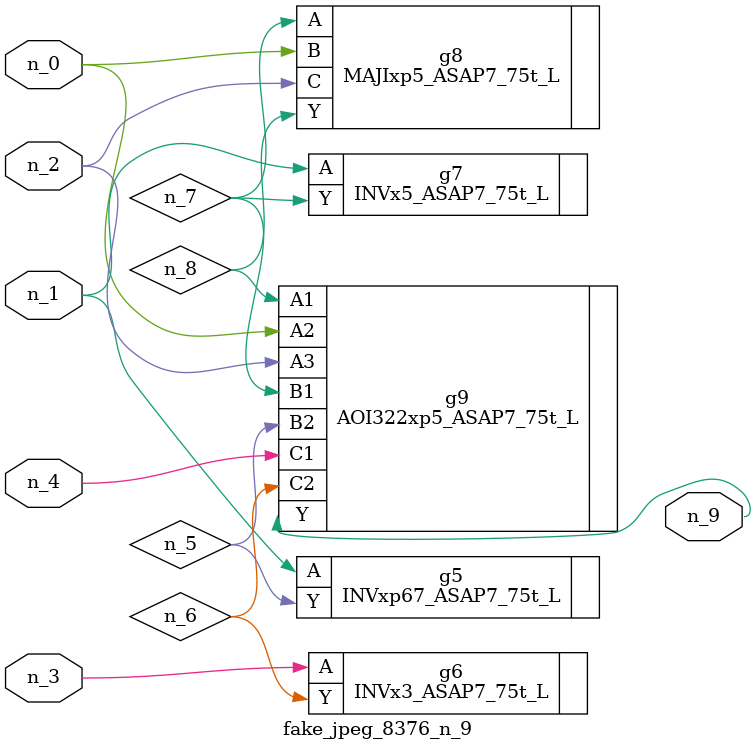
<source format=v>
module fake_jpeg_8376_n_9 (n_3, n_2, n_1, n_0, n_4, n_9);

input n_3;
input n_2;
input n_1;
input n_0;
input n_4;

output n_9;

wire n_8;
wire n_6;
wire n_5;
wire n_7;

INVxp67_ASAP7_75t_L g5 ( 
.A(n_1),
.Y(n_5)
);

INVx3_ASAP7_75t_L g6 ( 
.A(n_3),
.Y(n_6)
);

INVx5_ASAP7_75t_L g7 ( 
.A(n_1),
.Y(n_7)
);

MAJIxp5_ASAP7_75t_L g8 ( 
.A(n_7),
.B(n_0),
.C(n_2),
.Y(n_8)
);

AOI322xp5_ASAP7_75t_L g9 ( 
.A1(n_8),
.A2(n_0),
.A3(n_2),
.B1(n_7),
.B2(n_5),
.C1(n_4),
.C2(n_6),
.Y(n_9)
);


endmodule
</source>
